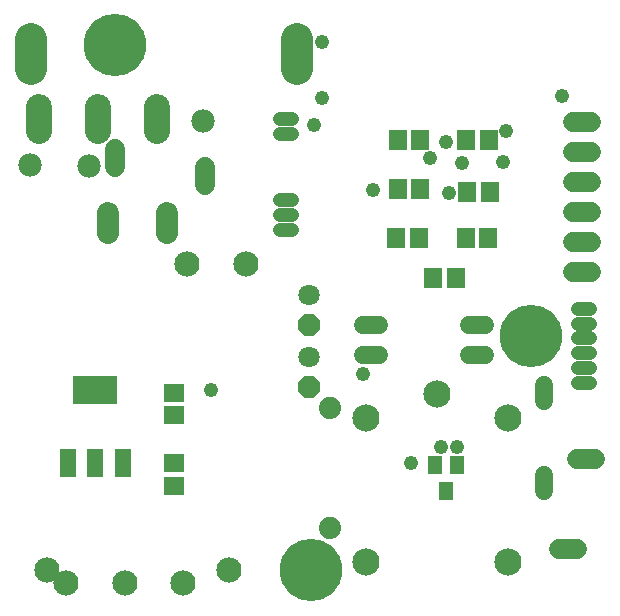
<source format=gbs>
G75*
%MOIN*%
%OFA0B0*%
%FSLAX25Y25*%
%IPPOS*%
%LPD*%
%AMOC8*
5,1,8,0,0,1.08239X$1,22.5*
%
%ADD10C,0.06000*%
%ADD11C,0.09068*%
%ADD12C,0.04769*%
%ADD13R,0.05599X0.09599*%
%ADD14R,0.14973X0.09461*%
%ADD15C,0.10800*%
%ADD16C,0.06800*%
%ADD17C,0.08400*%
%ADD18OC8,0.07100*%
%ADD19C,0.07100*%
%ADD20C,0.07296*%
%ADD21C,0.07400*%
%ADD22R,0.05918X0.07099*%
%ADD23R,0.06706X0.05918*%
%ADD24R,0.05918X0.06706*%
%ADD25R,0.04737X0.06312*%
%ADD26C,0.08600*%
%ADD27C,0.04800*%
%ADD28C,0.20800*%
%ADD29C,0.07800*%
D10*
X0119513Y0084208D02*
X0124713Y0084208D01*
X0124713Y0094208D02*
X0119513Y0094208D01*
X0154713Y0094208D02*
X0159913Y0094208D01*
X0159913Y0084208D02*
X0154713Y0084208D01*
X0179717Y0074285D02*
X0179717Y0069085D01*
X0179717Y0044285D02*
X0179717Y0039085D01*
D11*
X0167764Y0015201D03*
X0120520Y0015201D03*
X0120520Y0063232D03*
X0144142Y0071106D03*
X0167764Y0063232D03*
D12*
X0190969Y0075059D02*
X0194937Y0075059D01*
X0194937Y0079980D02*
X0190969Y0079980D01*
X0190969Y0084902D02*
X0194937Y0084902D01*
X0194937Y0089823D02*
X0190969Y0089823D01*
X0190969Y0094744D02*
X0194937Y0094744D01*
X0194937Y0099665D02*
X0190969Y0099665D01*
X0095583Y0125925D02*
X0091614Y0125925D01*
X0091614Y0130846D02*
X0095583Y0130846D01*
X0095583Y0135768D02*
X0091614Y0135768D01*
X0091657Y0158039D02*
X0095626Y0158039D01*
X0095626Y0162961D02*
X0091657Y0162961D01*
D13*
X0039248Y0048319D03*
X0030150Y0048319D03*
X0021051Y0048319D03*
D14*
X0030150Y0072720D03*
D15*
X0008700Y0179638D02*
X0008700Y0189638D01*
X0097300Y0189638D02*
X0097300Y0179638D01*
D16*
X0066591Y0146776D02*
X0066591Y0140776D01*
X0036591Y0146776D02*
X0036591Y0152776D01*
X0184799Y0019630D02*
X0190799Y0019630D01*
X0190799Y0049630D02*
X0196799Y0049630D01*
X0195335Y0111937D02*
X0189335Y0111937D01*
X0189335Y0121937D02*
X0195335Y0121937D01*
X0195335Y0131937D02*
X0189335Y0131937D01*
X0189335Y0141937D02*
X0195335Y0141937D01*
X0195335Y0151937D02*
X0189335Y0151937D01*
X0189335Y0161937D02*
X0195335Y0161937D01*
D17*
X0013933Y0012480D03*
X0020287Y0008138D03*
X0039972Y0008138D03*
X0059264Y0008138D03*
X0074563Y0012480D03*
X0080524Y0114437D03*
X0060839Y0114437D03*
D18*
X0101228Y0094370D03*
X0101335Y0073543D03*
D19*
X0101335Y0083543D03*
X0101228Y0104370D03*
D20*
X0054091Y0124980D02*
X0054091Y0131476D01*
X0034406Y0131476D02*
X0034406Y0124980D01*
D21*
X0108465Y0066736D03*
X0108465Y0026736D03*
D22*
X0130457Y0123150D03*
X0137937Y0123150D03*
X0153685Y0123134D03*
X0161165Y0123134D03*
X0161559Y0138654D03*
X0154079Y0138654D03*
X0138413Y0139441D03*
X0130933Y0139441D03*
X0130992Y0155898D03*
X0138472Y0155898D03*
X0153827Y0155961D03*
X0161307Y0155961D03*
D23*
X0056224Y0071705D03*
X0056224Y0064224D03*
X0056264Y0048224D03*
X0056264Y0040744D03*
D24*
X0142803Y0109789D03*
X0150283Y0109789D03*
D25*
X0150709Y0047689D03*
X0143228Y0047689D03*
X0146969Y0039028D03*
D26*
X0050818Y0159017D02*
X0050818Y0166817D01*
X0031118Y0166817D02*
X0031118Y0159017D01*
X0011418Y0159017D02*
X0011418Y0166817D01*
D27*
X0103065Y0160800D03*
X0105765Y0169800D03*
X0105765Y0188700D03*
X0141765Y0150000D03*
X0147165Y0155400D03*
X0152256Y0148307D03*
X0148065Y0138300D03*
X0166020Y0148639D03*
X0166965Y0159000D03*
X0185865Y0170700D03*
X0122865Y0139200D03*
X0119265Y0078000D03*
X0145365Y0053700D03*
X0150765Y0053700D03*
X0135465Y0048300D03*
X0068865Y0072600D03*
D28*
X0101941Y0012551D03*
X0175331Y0090594D03*
X0036866Y0187445D03*
D29*
X0066031Y0162413D03*
X0028156Y0147187D03*
X0008348Y0147457D03*
M02*

</source>
